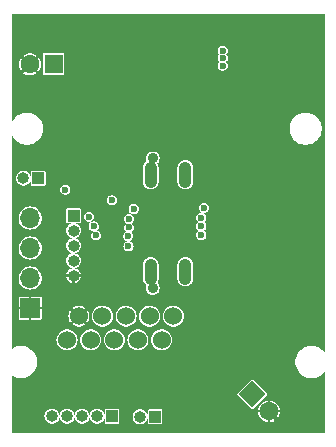
<source format=gbr>
%TF.GenerationSoftware,KiCad,Pcbnew,8.0.8*%
%TF.CreationDate,2025-01-21T20:41:30+03:00*%
%TF.ProjectId,Shield_Emergent_4,53686965-6c64-45f4-956d-657267656e74,rev?*%
%TF.SameCoordinates,Original*%
%TF.FileFunction,Copper,L2,Inr*%
%TF.FilePolarity,Positive*%
%FSLAX46Y46*%
G04 Gerber Fmt 4.6, Leading zero omitted, Abs format (unit mm)*
G04 Created by KiCad (PCBNEW 8.0.8) date 2025-01-21 20:41:30*
%MOMM*%
%LPD*%
G01*
G04 APERTURE LIST*
G04 Aperture macros list*
%AMRotRect*
0 Rectangle, with rotation*
0 The origin of the aperture is its center*
0 $1 length*
0 $2 width*
0 $3 Rotation angle, in degrees counterclockwise*
0 Add horizontal line*
21,1,$1,$2,0,0,$3*%
G04 Aperture macros list end*
%TA.AperFunction,ComponentPad*%
%ADD10R,1.000000X1.000000*%
%TD*%
%TA.AperFunction,ComponentPad*%
%ADD11O,1.000000X1.000000*%
%TD*%
%TA.AperFunction,ComponentPad*%
%ADD12C,0.900000*%
%TD*%
%TA.AperFunction,ComponentPad*%
%ADD13O,1.100000X2.220000*%
%TD*%
%TA.AperFunction,ComponentPad*%
%ADD14C,1.524000*%
%TD*%
%TA.AperFunction,ComponentPad*%
%ADD15R,1.700000X1.700000*%
%TD*%
%TA.AperFunction,ComponentPad*%
%ADD16O,1.700000X1.700000*%
%TD*%
%TA.AperFunction,ComponentPad*%
%ADD17RotRect,1.600000X1.600000X315.000000*%
%TD*%
%TA.AperFunction,ComponentPad*%
%ADD18C,1.600000*%
%TD*%
%TA.AperFunction,ComponentPad*%
%ADD19R,1.600000X1.600000*%
%TD*%
%TA.AperFunction,ViaPad*%
%ADD20C,0.600000*%
%TD*%
G04 APERTURE END LIST*
D10*
%TO.N,K1*%
%TO.C,J4*%
X8750000Y-34350000D03*
D11*
%TO.N,K3*%
X7479999Y-34350000D03*
%TO.N,K5*%
X6210000Y-34350000D03*
%TO.N,K7*%
X4940000Y-34350000D03*
%TO.N,K9*%
X3670001Y-34350000D03*
%TD*%
D12*
%TO.N,*%
%TO.C,X1*%
X12200000Y-23500000D03*
X12200000Y-12500000D03*
D13*
%TO.N,Shield*%
X12030000Y-22100000D03*
X14970000Y-22100000D03*
X12030000Y-13900000D03*
X14970000Y-13900000D03*
%TD*%
D14*
%TO.N,K2*%
%TO.C,J8*%
X13950000Y-25880000D03*
%TO.N,K1*%
X12950000Y-27880000D03*
%TO.N,K4*%
X11949999Y-25880000D03*
%TO.N,K3*%
X10950000Y-27880000D03*
%TO.N,K6*%
X9950000Y-25880000D03*
%TO.N,K5*%
X8950001Y-27880000D03*
%TO.N,K8*%
X7950000Y-25880000D03*
%TO.N,K7*%
X6950000Y-27880000D03*
%TO.N,GND*%
X5950000Y-25880000D03*
%TO.N,K9*%
X4950000Y-27880001D03*
%TD*%
D15*
%TO.N,GND*%
%TO.C,J2*%
X1830000Y-25190000D03*
D16*
%TO.N,D+*%
X1830000Y-22650000D03*
%TO.N,D-*%
X1830000Y-20110001D03*
%TO.N,VBUS*%
X1830000Y-17570000D03*
%TD*%
D10*
%TO.N,EN2*%
%TO.C,J6*%
X12400000Y-34380000D03*
D11*
%TO.N,nFLT2*%
X11129999Y-34380000D03*
%TD*%
D17*
%TO.N,VOUT2*%
%TO.C,C4*%
X20640000Y-32500000D03*
D18*
%TO.N,GND*%
X22054214Y-33914214D03*
%TD*%
D10*
%TO.N,EN1*%
%TO.C,J5*%
X2530000Y-14200000D03*
D11*
%TO.N,nFLT1*%
X1259999Y-14200000D03*
%TD*%
D10*
%TO.N,K2*%
%TO.C,J7*%
X5510000Y-17355000D03*
D11*
%TO.N,K4*%
X5510000Y-18625001D03*
%TO.N,K6*%
X5510000Y-19895000D03*
%TO.N,K8*%
X5510000Y-21165000D03*
%TO.N,GND*%
X5510000Y-22434999D03*
%TD*%
D19*
%TO.N,VOUT1*%
%TO.C,C1*%
X3805113Y-4550000D03*
D18*
%TO.N,GND*%
X1805113Y-4550000D03*
%TD*%
D20*
%TO.N,VOUT1*%
X18120000Y-3420000D03*
X18120000Y-4030000D03*
X18120000Y-4670000D03*
%TO.N,GND*%
X20730000Y-14910000D03*
X20170000Y-5990000D03*
X13770000Y-23330000D03*
X22600000Y-19200000D03*
X7180000Y-24820000D03*
X17830000Y-13770000D03*
X16690000Y-8490000D03*
X4600000Y-5800000D03*
X4620000Y-7220000D03*
X20009988Y-19833079D03*
X23510000Y-1250000D03*
X9750000Y-5870000D03*
X8000000Y-4490000D03*
X24240000Y-22480000D03*
X12920000Y-3100000D03*
X1930000Y-35140000D03*
X22400000Y-16400000D03*
X20000000Y-10360000D03*
X25830000Y-34270000D03*
X10870000Y-33100000D03*
X3050000Y-23890000D03*
X25930000Y-3640000D03*
X4340000Y-33570000D03*
X4380000Y-11180000D03*
X8960000Y-8580000D03*
X8190000Y-3240000D03*
X21730000Y-9330000D03*
X20000000Y-22150000D03*
X10750000Y-5860000D03*
X22030000Y-6640000D03*
X670000Y-23750000D03*
X26030000Y-24750000D03*
X21510000Y-27000000D03*
X15900000Y-31900000D03*
X910000Y-21340000D03*
X3830000Y-9640000D03*
X2200000Y-5800000D03*
X3890000Y-23260000D03*
X10770000Y-3310000D03*
X22760000Y-34690000D03*
X2310000Y-11940000D03*
X15950000Y-3140000D03*
X18650000Y-16170000D03*
X16110000Y-34600000D03*
X19850000Y-20480000D03*
X17100000Y-14000000D03*
X25070000Y-6160000D03*
X1320000Y-6070000D03*
X19340000Y-31200000D03*
X13140000Y-23030000D03*
X4450000Y-22050000D03*
X13820000Y-3190000D03*
X12750000Y-5810000D03*
X3610000Y-17980000D03*
X17770000Y-12080000D03*
X15190000Y-10680000D03*
X13800000Y-20800000D03*
X930000Y-980000D03*
X19080000Y-4140000D03*
X21610000Y-28470000D03*
X25910000Y-15680000D03*
X9510000Y-31030000D03*
X21300000Y-12830000D03*
X13360000Y-33100000D03*
X22400000Y-20200000D03*
X4170000Y-29900000D03*
X1220000Y-2580000D03*
X24290000Y-18800000D03*
X12200000Y-11400000D03*
X22550000Y-28650000D03*
X8500000Y-31000000D03*
X14690000Y-29970000D03*
X8430000Y-1120000D03*
X20010000Y-2770000D03*
X6950000Y-26630000D03*
X20310000Y-35150000D03*
X12390000Y-1480000D03*
X10400000Y-11400000D03*
X5670000Y-11950000D03*
X22400000Y-23200000D03*
X4720000Y-26490000D03*
X23220000Y-33000000D03*
X25450000Y-8050000D03*
X18980000Y-30240000D03*
X22450000Y-29930000D03*
X18480000Y-24080000D03*
X6060000Y-6020000D03*
X25980000Y-6630000D03*
X720000Y-6820000D03*
X12370000Y-30300000D03*
X16110000Y-33840000D03*
X16590000Y-15370000D03*
X13000000Y-20800000D03*
X10390000Y-12350000D03*
X10000000Y-35000000D03*
X11310000Y-11970000D03*
X10340000Y-20810000D03*
X10200000Y-15200000D03*
X890000Y-18820000D03*
X10500000Y-21410000D03*
X22400000Y-18200000D03*
X22600000Y-22200000D03*
X14800000Y-3120000D03*
X3610000Y-19660000D03*
X13860000Y-12060000D03*
X7510000Y-14560000D03*
X17710000Y-10360000D03*
X4730000Y-14260000D03*
X5520000Y-1720000D03*
X17850000Y-17890000D03*
X15960000Y-32990000D03*
X7420000Y-15350000D03*
X4940000Y-25000000D03*
X13460000Y-6050000D03*
X19750000Y-24750000D03*
X22050000Y-11250000D03*
X8530000Y-5810000D03*
X23050000Y-7930000D03*
X14430000Y-23690000D03*
X22400000Y-17200000D03*
X3370000Y-22220000D03*
X7270000Y-12720000D03*
X5300000Y-30000000D03*
X11030000Y-23140000D03*
X7250000Y-13750000D03*
X10400000Y-14400000D03*
X18730000Y-19160000D03*
X26360000Y-20030000D03*
X15460000Y-30220000D03*
X22210000Y-13100000D03*
X18740000Y-35350000D03*
X16950000Y-27810000D03*
X14900000Y-5920000D03*
X21670000Y-7220000D03*
X19500000Y-16760000D03*
X3560000Y-2790000D03*
X16030000Y-5640000D03*
X21030000Y-2580000D03*
X18130000Y-26220000D03*
X740000Y-26770000D03*
X17070000Y-23920000D03*
X14890000Y-28190000D03*
X19050000Y-28590000D03*
X2190000Y-26860000D03*
X2120000Y-2870000D03*
X26190000Y-750000D03*
X20670000Y-34510000D03*
X22050000Y-3450000D03*
X20610000Y-8480000D03*
X22500000Y-26750000D03*
X10000000Y-33000000D03*
X11780000Y-5770000D03*
X17400000Y-15400000D03*
X11480000Y-8670000D03*
X13480000Y-8710000D03*
X1000000Y-33500000D03*
X19820000Y-18150000D03*
X7540000Y-21390000D03*
X19820000Y-25660000D03*
X22400000Y-21200000D03*
%TO.N,VBUS*%
X16313481Y-18991601D03*
X6800000Y-17446926D03*
X7415000Y-19035000D03*
X10150000Y-19948632D03*
X10600000Y-16800000D03*
X16550000Y-16700000D03*
X7210554Y-18270000D03*
%TO.N,D+*%
X10189000Y-18363500D03*
X16313477Y-17527000D03*
%TO.N,D-*%
X10189000Y-17636500D03*
X10124302Y-19087618D03*
X16314920Y-18254003D03*
%TO.N,nFLT1*%
X8740000Y-16060000D03*
%TO.N,EN1*%
X4800000Y-15170000D03*
%TD*%
%TA.AperFunction,Conductor*%
%TO.N,GND*%
G36*
X26742471Y-257529D02*
G01*
X26749500Y-274500D01*
X26749500Y-28871443D01*
X26742471Y-28888414D01*
X26725500Y-28895443D01*
X26708529Y-28888414D01*
X26706084Y-28885550D01*
X26689261Y-28862396D01*
X26689259Y-28862394D01*
X26689257Y-28862391D01*
X26537609Y-28710743D01*
X26537605Y-28710740D01*
X26537604Y-28710739D01*
X26364112Y-28584689D01*
X26364105Y-28584685D01*
X26173020Y-28487323D01*
X26173014Y-28487320D01*
X25969058Y-28421050D01*
X25969054Y-28421049D01*
X25969053Y-28421049D01*
X25757231Y-28387500D01*
X25542769Y-28387500D01*
X25330947Y-28421049D01*
X25330945Y-28421049D01*
X25330942Y-28421050D01*
X25330940Y-28421050D01*
X25126985Y-28487320D01*
X25126979Y-28487323D01*
X24935894Y-28584685D01*
X24935887Y-28584689D01*
X24762395Y-28710739D01*
X24610739Y-28862395D01*
X24484689Y-29035887D01*
X24484685Y-29035894D01*
X24387323Y-29226979D01*
X24387320Y-29226985D01*
X24321050Y-29430940D01*
X24321050Y-29430942D01*
X24287500Y-29642771D01*
X24287500Y-29857228D01*
X24321050Y-30069057D01*
X24321050Y-30069059D01*
X24387320Y-30273014D01*
X24387323Y-30273020D01*
X24484685Y-30464105D01*
X24484689Y-30464112D01*
X24610739Y-30637604D01*
X24610743Y-30637609D01*
X24762391Y-30789257D01*
X24762394Y-30789259D01*
X24762395Y-30789260D01*
X24935887Y-30915310D01*
X24935894Y-30915314D01*
X25126982Y-31012678D01*
X25330947Y-31078951D01*
X25542769Y-31112500D01*
X25542772Y-31112500D01*
X25757228Y-31112500D01*
X25757231Y-31112500D01*
X25969053Y-31078951D01*
X26173018Y-31012678D01*
X26364106Y-30915314D01*
X26411395Y-30880957D01*
X26449501Y-30853271D01*
X26537609Y-30789257D01*
X26689257Y-30637609D01*
X26706084Y-30614448D01*
X26721745Y-30604851D01*
X26739606Y-30609138D01*
X26749204Y-30624800D01*
X26749500Y-30628555D01*
X26749500Y-35725500D01*
X26742471Y-35742471D01*
X26725500Y-35749500D01*
X274500Y-35749500D01*
X257529Y-35742471D01*
X250500Y-35725500D01*
X250500Y-34349999D01*
X3037892Y-34349999D01*
X3037892Y-34350000D01*
X3056260Y-34501275D01*
X3110292Y-34643749D01*
X3110294Y-34643753D01*
X3110296Y-34643756D01*
X3131004Y-34673756D01*
X3196864Y-34769170D01*
X3302282Y-34862562D01*
X3310922Y-34870216D01*
X3310926Y-34870218D01*
X3445847Y-34941030D01*
X3445849Y-34941030D01*
X3445852Y-34941032D01*
X3593809Y-34977500D01*
X3593811Y-34977500D01*
X3746191Y-34977500D01*
X3746193Y-34977500D01*
X3894150Y-34941032D01*
X4029080Y-34870216D01*
X4109278Y-34799166D01*
X4143137Y-34769170D01*
X4143137Y-34769168D01*
X4143141Y-34769166D01*
X4229706Y-34643756D01*
X4229707Y-34643752D01*
X4229709Y-34643750D01*
X4272364Y-34531275D01*
X4282560Y-34504389D01*
X4295150Y-34491014D01*
X4313510Y-34490460D01*
X4326886Y-34503050D01*
X4327440Y-34504390D01*
X4380291Y-34643749D01*
X4380293Y-34643753D01*
X4380295Y-34643756D01*
X4401003Y-34673756D01*
X4466863Y-34769170D01*
X4572281Y-34862562D01*
X4580921Y-34870216D01*
X4580925Y-34870218D01*
X4715846Y-34941030D01*
X4715848Y-34941030D01*
X4715851Y-34941032D01*
X4863808Y-34977500D01*
X4863810Y-34977500D01*
X5016190Y-34977500D01*
X5016192Y-34977500D01*
X5164149Y-34941032D01*
X5299079Y-34870216D01*
X5379277Y-34799166D01*
X5413136Y-34769170D01*
X5413136Y-34769168D01*
X5413140Y-34769166D01*
X5499705Y-34643756D01*
X5499708Y-34643749D01*
X5552560Y-34504389D01*
X5565150Y-34491013D01*
X5583510Y-34490459D01*
X5596886Y-34503049D01*
X5597440Y-34504389D01*
X5650291Y-34643749D01*
X5650293Y-34643753D01*
X5650295Y-34643756D01*
X5671003Y-34673756D01*
X5736863Y-34769170D01*
X5842281Y-34862562D01*
X5850921Y-34870216D01*
X5850925Y-34870218D01*
X5985846Y-34941030D01*
X5985848Y-34941030D01*
X5985851Y-34941032D01*
X6133808Y-34977500D01*
X6133810Y-34977500D01*
X6286190Y-34977500D01*
X6286192Y-34977500D01*
X6434149Y-34941032D01*
X6569079Y-34870216D01*
X6649277Y-34799166D01*
X6683136Y-34769170D01*
X6683136Y-34769168D01*
X6683140Y-34769166D01*
X6769705Y-34643756D01*
X6769706Y-34643752D01*
X6769708Y-34643750D01*
X6812363Y-34531275D01*
X6822559Y-34504389D01*
X6835149Y-34491014D01*
X6853509Y-34490460D01*
X6866885Y-34503050D01*
X6867439Y-34504390D01*
X6920290Y-34643749D01*
X6920292Y-34643753D01*
X6920294Y-34643756D01*
X6941002Y-34673756D01*
X7006862Y-34769170D01*
X7112280Y-34862562D01*
X7120920Y-34870216D01*
X7120924Y-34870218D01*
X7255845Y-34941030D01*
X7255847Y-34941030D01*
X7255850Y-34941032D01*
X7403807Y-34977500D01*
X7403809Y-34977500D01*
X7556189Y-34977500D01*
X7556191Y-34977500D01*
X7704148Y-34941032D01*
X7839078Y-34870216D01*
X7919276Y-34799166D01*
X7953135Y-34769170D01*
X7953135Y-34769168D01*
X7953139Y-34769166D01*
X8039704Y-34643756D01*
X8039707Y-34643749D01*
X8076060Y-34547894D01*
X8088650Y-34534518D01*
X8107010Y-34533964D01*
X8120386Y-34546554D01*
X8122500Y-34556404D01*
X8122500Y-34862562D01*
X8129897Y-34899746D01*
X8129897Y-34899747D01*
X8129898Y-34899748D01*
X8158078Y-34941922D01*
X8200252Y-34970102D01*
X8237442Y-34977500D01*
X8237446Y-34977500D01*
X9262554Y-34977500D01*
X9262558Y-34977500D01*
X9299748Y-34970102D01*
X9341922Y-34941922D01*
X9370102Y-34899748D01*
X9377500Y-34862558D01*
X9377500Y-34379999D01*
X10497890Y-34379999D01*
X10497890Y-34380000D01*
X10516258Y-34531275D01*
X10570290Y-34673749D01*
X10570292Y-34673753D01*
X10570294Y-34673756D01*
X10636154Y-34769170D01*
X10656862Y-34799170D01*
X10770915Y-34900212D01*
X10770920Y-34900216D01*
X10770924Y-34900218D01*
X10905845Y-34971030D01*
X10905847Y-34971030D01*
X10905850Y-34971032D01*
X11053807Y-35007500D01*
X11053809Y-35007500D01*
X11206189Y-35007500D01*
X11206191Y-35007500D01*
X11354148Y-34971032D01*
X11489078Y-34900216D01*
X11546108Y-34849691D01*
X11603135Y-34799170D01*
X11603135Y-34799168D01*
X11603139Y-34799166D01*
X11689704Y-34673756D01*
X11689707Y-34673749D01*
X11726060Y-34577894D01*
X11738650Y-34564518D01*
X11757010Y-34563964D01*
X11770386Y-34576554D01*
X11772500Y-34586404D01*
X11772500Y-34892562D01*
X11779897Y-34929746D01*
X11779897Y-34929747D01*
X11779898Y-34929748D01*
X11808078Y-34971922D01*
X11850252Y-35000102D01*
X11887442Y-35007500D01*
X11887446Y-35007500D01*
X12912554Y-35007500D01*
X12912558Y-35007500D01*
X12949748Y-35000102D01*
X12991922Y-34971922D01*
X13020102Y-34929748D01*
X13027500Y-34892558D01*
X13027500Y-33867442D01*
X13020102Y-33830252D01*
X13009385Y-33814213D01*
X21132619Y-33814213D01*
X21132620Y-33814214D01*
X21666898Y-33814214D01*
X21654214Y-33861553D01*
X21654214Y-33966875D01*
X21666898Y-34014214D01*
X21132620Y-34014214D01*
X21142477Y-34108014D01*
X21202689Y-34293327D01*
X21202694Y-34293338D01*
X21300123Y-34462090D01*
X21430513Y-34606903D01*
X21588161Y-34721441D01*
X21766173Y-34800697D01*
X21766172Y-34800697D01*
X21954214Y-34840667D01*
X21954214Y-34301529D01*
X22001553Y-34314214D01*
X22106875Y-34314214D01*
X22154214Y-34301529D01*
X22154214Y-34840667D01*
X22342255Y-34800697D01*
X22520266Y-34721441D01*
X22677914Y-34606903D01*
X22808304Y-34462090D01*
X22905733Y-34293338D01*
X22905738Y-34293327D01*
X22965950Y-34108014D01*
X22975808Y-34014214D01*
X22441530Y-34014214D01*
X22454214Y-33966875D01*
X22454214Y-33861553D01*
X22441530Y-33814214D01*
X22975808Y-33814214D01*
X22975808Y-33814213D01*
X22965950Y-33720413D01*
X22905738Y-33535100D01*
X22905733Y-33535089D01*
X22808304Y-33366337D01*
X22677914Y-33221524D01*
X22520266Y-33106986D01*
X22342254Y-33027730D01*
X22342246Y-33027727D01*
X22154214Y-32987758D01*
X22154214Y-33526898D01*
X22106875Y-33514214D01*
X22001553Y-33514214D01*
X21954214Y-33526898D01*
X21954214Y-32987758D01*
X21954213Y-32987758D01*
X21766181Y-33027727D01*
X21766173Y-33027730D01*
X21588161Y-33106986D01*
X21430513Y-33221524D01*
X21300123Y-33366337D01*
X21202694Y-33535089D01*
X21202689Y-33535100D01*
X21142477Y-33720413D01*
X21132619Y-33814213D01*
X13009385Y-33814213D01*
X12991922Y-33788078D01*
X12949748Y-33759898D01*
X12949747Y-33759897D01*
X12949746Y-33759897D01*
X12912562Y-33752500D01*
X12912558Y-33752500D01*
X11887442Y-33752500D01*
X11887437Y-33752500D01*
X11850253Y-33759897D01*
X11808080Y-33788076D01*
X11808076Y-33788080D01*
X11779897Y-33830253D01*
X11772500Y-33867437D01*
X11772500Y-34173595D01*
X11765471Y-34190566D01*
X11748500Y-34197595D01*
X11731529Y-34190566D01*
X11726060Y-34182105D01*
X11689707Y-34086250D01*
X11689705Y-34086247D01*
X11689704Y-34086244D01*
X11603139Y-33960834D01*
X11603137Y-33960832D01*
X11603135Y-33960829D01*
X11489082Y-33859787D01*
X11489073Y-33859781D01*
X11354152Y-33788969D01*
X11350529Y-33788076D01*
X11206191Y-33752500D01*
X11053807Y-33752500D01*
X10953249Y-33777285D01*
X10905845Y-33788969D01*
X10770924Y-33859781D01*
X10770915Y-33859787D01*
X10656862Y-33960829D01*
X10570290Y-34086250D01*
X10516258Y-34228724D01*
X10497890Y-34379999D01*
X9377500Y-34379999D01*
X9377500Y-33837442D01*
X9370102Y-33800252D01*
X9341922Y-33758078D01*
X9299748Y-33729898D01*
X9299747Y-33729897D01*
X9299746Y-33729897D01*
X9262562Y-33722500D01*
X9262558Y-33722500D01*
X8237442Y-33722500D01*
X8237437Y-33722500D01*
X8200253Y-33729897D01*
X8158080Y-33758076D01*
X8158076Y-33758080D01*
X8129897Y-33800253D01*
X8122500Y-33837437D01*
X8122500Y-34143595D01*
X8115471Y-34160566D01*
X8098500Y-34167595D01*
X8081529Y-34160566D01*
X8076060Y-34152105D01*
X8039707Y-34056250D01*
X8039705Y-34056247D01*
X8039704Y-34056244D01*
X7953139Y-33930834D01*
X7953137Y-33930832D01*
X7953135Y-33930829D01*
X7839082Y-33829787D01*
X7839073Y-33829781D01*
X7704152Y-33758969D01*
X7673735Y-33751472D01*
X7556191Y-33722500D01*
X7403807Y-33722500D01*
X7303249Y-33747285D01*
X7255845Y-33758969D01*
X7120924Y-33829781D01*
X7120915Y-33829787D01*
X7006862Y-33930829D01*
X6920290Y-34056250D01*
X6867439Y-34195609D01*
X6854849Y-34208985D01*
X6836489Y-34209539D01*
X6823113Y-34196949D01*
X6822559Y-34195609D01*
X6769708Y-34056249D01*
X6740694Y-34014215D01*
X6683140Y-33930834D01*
X6683138Y-33930832D01*
X6683136Y-33930829D01*
X6569083Y-33829787D01*
X6569074Y-33829781D01*
X6434153Y-33758969D01*
X6403736Y-33751472D01*
X6286192Y-33722500D01*
X6133808Y-33722500D01*
X6033250Y-33747285D01*
X5985846Y-33758969D01*
X5850925Y-33829781D01*
X5850916Y-33829787D01*
X5736863Y-33930829D01*
X5650291Y-34056250D01*
X5597440Y-34195610D01*
X5584850Y-34208986D01*
X5566490Y-34209540D01*
X5553114Y-34196950D01*
X5552560Y-34195610D01*
X5499708Y-34056250D01*
X5499706Y-34056247D01*
X5499705Y-34056244D01*
X5413140Y-33930834D01*
X5413138Y-33930832D01*
X5413136Y-33930829D01*
X5299083Y-33829787D01*
X5299074Y-33829781D01*
X5164153Y-33758969D01*
X5133736Y-33751472D01*
X5016192Y-33722500D01*
X4863808Y-33722500D01*
X4763250Y-33747285D01*
X4715846Y-33758969D01*
X4580925Y-33829781D01*
X4580916Y-33829787D01*
X4466863Y-33930829D01*
X4380291Y-34056250D01*
X4327440Y-34195609D01*
X4314850Y-34208985D01*
X4296490Y-34209539D01*
X4283114Y-34196949D01*
X4282560Y-34195609D01*
X4229709Y-34056249D01*
X4200695Y-34014215D01*
X4143141Y-33930834D01*
X4143139Y-33930832D01*
X4143137Y-33930829D01*
X4029084Y-33829787D01*
X4029075Y-33829781D01*
X3894154Y-33758969D01*
X3863737Y-33751472D01*
X3746193Y-33722500D01*
X3593809Y-33722500D01*
X3493251Y-33747285D01*
X3445847Y-33758969D01*
X3310926Y-33829781D01*
X3310917Y-33829787D01*
X3196864Y-33930829D01*
X3110292Y-34056250D01*
X3056260Y-34198724D01*
X3037892Y-34349999D01*
X250500Y-34349999D01*
X250500Y-32500000D01*
X19378632Y-32500000D01*
X19388526Y-32549747D01*
X19388527Y-32549749D01*
X19409449Y-32581061D01*
X19409593Y-32581276D01*
X20558724Y-33730407D01*
X20574488Y-33740940D01*
X20590250Y-33751472D01*
X20590252Y-33751473D01*
X20640000Y-33761368D01*
X20689748Y-33751473D01*
X20721276Y-33730407D01*
X21870407Y-32581276D01*
X21891473Y-32549748D01*
X21901368Y-32500000D01*
X21891473Y-32450252D01*
X21870407Y-32418724D01*
X20721276Y-31269593D01*
X20721061Y-31269449D01*
X20689749Y-31248527D01*
X20689747Y-31248526D01*
X20640000Y-31238632D01*
X20590252Y-31248526D01*
X20590250Y-31248527D01*
X20558726Y-31269591D01*
X19409591Y-32418726D01*
X19388527Y-32450250D01*
X19388526Y-32450252D01*
X19378632Y-32500000D01*
X250500Y-32500000D01*
X250500Y-30900373D01*
X257529Y-30883402D01*
X274500Y-30876373D01*
X288605Y-30880956D01*
X335894Y-30915314D01*
X526982Y-31012678D01*
X730947Y-31078951D01*
X942769Y-31112500D01*
X942772Y-31112500D01*
X1157228Y-31112500D01*
X1157231Y-31112500D01*
X1369053Y-31078951D01*
X1573018Y-31012678D01*
X1764106Y-30915314D01*
X1811395Y-30880957D01*
X1849501Y-30853271D01*
X1937609Y-30789257D01*
X2089257Y-30637609D01*
X2215314Y-30464106D01*
X2312678Y-30273018D01*
X2378951Y-30069053D01*
X2412500Y-29857231D01*
X2412500Y-29642769D01*
X2378951Y-29430947D01*
X2312678Y-29226982D01*
X2215314Y-29035894D01*
X2215310Y-29035887D01*
X2089260Y-28862395D01*
X2089259Y-28862394D01*
X2089257Y-28862391D01*
X1937609Y-28710743D01*
X1937605Y-28710740D01*
X1937604Y-28710739D01*
X1764112Y-28584689D01*
X1764105Y-28584685D01*
X1573020Y-28487323D01*
X1573014Y-28487320D01*
X1369058Y-28421050D01*
X1369054Y-28421049D01*
X1369053Y-28421049D01*
X1157231Y-28387500D01*
X942769Y-28387500D01*
X730947Y-28421049D01*
X730945Y-28421049D01*
X730942Y-28421050D01*
X730940Y-28421050D01*
X526985Y-28487320D01*
X526979Y-28487323D01*
X335894Y-28584685D01*
X335887Y-28584689D01*
X288607Y-28619041D01*
X270745Y-28623330D01*
X255084Y-28613732D01*
X250500Y-28599625D01*
X250500Y-27880001D01*
X4055600Y-27880001D01*
X4075145Y-28065961D01*
X4132921Y-28243777D01*
X4132924Y-28243785D01*
X4132925Y-28243786D01*
X4226415Y-28405716D01*
X4351530Y-28544670D01*
X4502800Y-28654574D01*
X4673611Y-28730624D01*
X4673610Y-28730624D01*
X4673615Y-28730626D01*
X4856510Y-28769501D01*
X4856512Y-28769501D01*
X5043488Y-28769501D01*
X5043490Y-28769501D01*
X5226385Y-28730626D01*
X5397200Y-28654574D01*
X5548470Y-28544670D01*
X5673585Y-28405716D01*
X5767075Y-28243786D01*
X5824855Y-28065957D01*
X5844400Y-27880001D01*
X5844400Y-27880000D01*
X6055600Y-27880000D01*
X6075145Y-28065960D01*
X6132921Y-28243776D01*
X6132924Y-28243784D01*
X6132925Y-28243785D01*
X6226415Y-28405715D01*
X6351530Y-28544669D01*
X6502800Y-28654573D01*
X6673611Y-28730623D01*
X6673610Y-28730623D01*
X6673615Y-28730625D01*
X6856510Y-28769500D01*
X6856512Y-28769500D01*
X7043488Y-28769500D01*
X7043490Y-28769500D01*
X7226385Y-28730625D01*
X7397200Y-28654573D01*
X7548470Y-28544669D01*
X7673585Y-28405715D01*
X7767075Y-28243785D01*
X7767078Y-28243776D01*
X7824854Y-28065960D01*
X7824854Y-28065958D01*
X7824855Y-28065956D01*
X7844400Y-27880000D01*
X8055601Y-27880000D01*
X8075146Y-28065960D01*
X8132922Y-28243776D01*
X8132925Y-28243784D01*
X8132926Y-28243785D01*
X8226416Y-28405715D01*
X8351531Y-28544669D01*
X8502801Y-28654573D01*
X8673612Y-28730623D01*
X8673611Y-28730623D01*
X8673616Y-28730625D01*
X8856511Y-28769500D01*
X8856513Y-28769500D01*
X9043489Y-28769500D01*
X9043491Y-28769500D01*
X9226386Y-28730625D01*
X9397201Y-28654573D01*
X9548471Y-28544669D01*
X9673586Y-28405715D01*
X9767076Y-28243785D01*
X9767079Y-28243776D01*
X9824855Y-28065960D01*
X9824855Y-28065958D01*
X9824856Y-28065956D01*
X9844401Y-27880000D01*
X10055600Y-27880000D01*
X10075145Y-28065960D01*
X10132921Y-28243776D01*
X10132924Y-28243784D01*
X10132925Y-28243785D01*
X10226415Y-28405715D01*
X10351530Y-28544669D01*
X10502800Y-28654573D01*
X10673611Y-28730623D01*
X10673610Y-28730623D01*
X10673615Y-28730625D01*
X10856510Y-28769500D01*
X10856512Y-28769500D01*
X11043488Y-28769500D01*
X11043490Y-28769500D01*
X11226385Y-28730625D01*
X11397200Y-28654573D01*
X11548470Y-28544669D01*
X11673585Y-28405715D01*
X11767075Y-28243785D01*
X11767078Y-28243776D01*
X11824854Y-28065960D01*
X11824854Y-28065958D01*
X11824855Y-28065956D01*
X11844400Y-27880000D01*
X12055600Y-27880000D01*
X12075145Y-28065960D01*
X12132921Y-28243776D01*
X12132924Y-28243784D01*
X12132925Y-28243785D01*
X12226415Y-28405715D01*
X12351530Y-28544669D01*
X12502800Y-28654573D01*
X12673611Y-28730623D01*
X12673610Y-28730623D01*
X12673615Y-28730625D01*
X12856510Y-28769500D01*
X12856512Y-28769500D01*
X13043488Y-28769500D01*
X13043490Y-28769500D01*
X13226385Y-28730625D01*
X13397200Y-28654573D01*
X13548470Y-28544669D01*
X13673585Y-28405715D01*
X13767075Y-28243785D01*
X13767078Y-28243776D01*
X13824854Y-28065960D01*
X13824854Y-28065958D01*
X13824855Y-28065956D01*
X13844400Y-27880000D01*
X13824855Y-27694044D01*
X13824854Y-27694040D01*
X13824854Y-27694039D01*
X13767078Y-27516223D01*
X13767075Y-27516216D01*
X13767075Y-27516215D01*
X13673585Y-27354285D01*
X13548470Y-27215331D01*
X13397200Y-27105427D01*
X13311792Y-27067401D01*
X13226388Y-27029376D01*
X13226389Y-27029376D01*
X13226385Y-27029375D01*
X13043490Y-26990500D01*
X12856510Y-26990500D01*
X12697141Y-27024374D01*
X12673610Y-27029376D01*
X12502802Y-27105426D01*
X12502792Y-27105432D01*
X12351530Y-27215331D01*
X12226414Y-27354286D01*
X12132926Y-27516212D01*
X12132921Y-27516223D01*
X12075145Y-27694039D01*
X12055600Y-27880000D01*
X11844400Y-27880000D01*
X11824855Y-27694044D01*
X11824854Y-27694040D01*
X11824854Y-27694039D01*
X11767078Y-27516223D01*
X11767075Y-27516216D01*
X11767075Y-27516215D01*
X11673585Y-27354285D01*
X11548470Y-27215331D01*
X11397200Y-27105427D01*
X11311792Y-27067401D01*
X11226388Y-27029376D01*
X11226389Y-27029376D01*
X11226385Y-27029375D01*
X11043490Y-26990500D01*
X10856510Y-26990500D01*
X10697141Y-27024374D01*
X10673610Y-27029376D01*
X10502802Y-27105426D01*
X10502792Y-27105432D01*
X10351530Y-27215331D01*
X10226414Y-27354286D01*
X10132926Y-27516212D01*
X10132921Y-27516223D01*
X10075145Y-27694039D01*
X10055600Y-27880000D01*
X9844401Y-27880000D01*
X9824856Y-27694044D01*
X9824855Y-27694040D01*
X9824855Y-27694039D01*
X9767079Y-27516223D01*
X9767076Y-27516216D01*
X9767076Y-27516215D01*
X9673586Y-27354285D01*
X9548471Y-27215331D01*
X9397201Y-27105427D01*
X9311793Y-27067401D01*
X9226389Y-27029376D01*
X9226390Y-27029376D01*
X9226386Y-27029375D01*
X9043491Y-26990500D01*
X8856511Y-26990500D01*
X8697142Y-27024374D01*
X8673611Y-27029376D01*
X8502803Y-27105426D01*
X8502793Y-27105432D01*
X8351531Y-27215331D01*
X8226415Y-27354286D01*
X8132927Y-27516212D01*
X8132922Y-27516223D01*
X8075146Y-27694039D01*
X8055601Y-27880000D01*
X7844400Y-27880000D01*
X7824855Y-27694044D01*
X7824854Y-27694040D01*
X7824854Y-27694039D01*
X7767078Y-27516223D01*
X7767075Y-27516216D01*
X7767075Y-27516215D01*
X7673585Y-27354285D01*
X7548470Y-27215331D01*
X7397200Y-27105427D01*
X7311792Y-27067401D01*
X7226388Y-27029376D01*
X7226389Y-27029376D01*
X7226385Y-27029375D01*
X7043490Y-26990500D01*
X6856510Y-26990500D01*
X6697141Y-27024374D01*
X6673610Y-27029376D01*
X6502802Y-27105426D01*
X6502792Y-27105432D01*
X6351530Y-27215331D01*
X6226414Y-27354286D01*
X6132926Y-27516212D01*
X6132921Y-27516223D01*
X6075145Y-27694039D01*
X6055600Y-27880000D01*
X5844400Y-27880000D01*
X5824855Y-27694045D01*
X5824854Y-27694042D01*
X5824854Y-27694040D01*
X5767078Y-27516224D01*
X5767076Y-27516220D01*
X5767075Y-27516216D01*
X5673585Y-27354286D01*
X5548470Y-27215332D01*
X5397200Y-27105428D01*
X5311792Y-27067402D01*
X5226388Y-27029377D01*
X5226389Y-27029377D01*
X5226385Y-27029376D01*
X5043490Y-26990501D01*
X4856510Y-26990501D01*
X4697141Y-27024375D01*
X4673610Y-27029377D01*
X4502802Y-27105427D01*
X4502792Y-27105433D01*
X4351530Y-27215332D01*
X4226414Y-27354287D01*
X4132926Y-27516213D01*
X4132921Y-27516224D01*
X4075145Y-27694040D01*
X4055600Y-27880001D01*
X250500Y-27880001D01*
X250500Y-24327487D01*
X853000Y-24327487D01*
X853000Y-25089999D01*
X853001Y-25090000D01*
X1339157Y-25090000D01*
X1330000Y-25124174D01*
X1330000Y-25255826D01*
X1339157Y-25290000D01*
X853001Y-25290000D01*
X853000Y-25290001D01*
X853000Y-26052512D01*
X860368Y-26089553D01*
X888436Y-26131559D01*
X888440Y-26131563D01*
X930446Y-26159631D01*
X967487Y-26166999D01*
X967496Y-26167000D01*
X1729999Y-26167000D01*
X1730000Y-26166999D01*
X1730000Y-25680842D01*
X1764174Y-25690000D01*
X1895826Y-25690000D01*
X1930000Y-25680842D01*
X1930000Y-26166999D01*
X1930001Y-26167000D01*
X2692504Y-26167000D01*
X2692512Y-26166999D01*
X2729553Y-26159631D01*
X2771559Y-26131563D01*
X2771563Y-26131559D01*
X2799631Y-26089553D01*
X2806999Y-26052512D01*
X2807000Y-26052504D01*
X2807000Y-25880000D01*
X5056103Y-25880000D01*
X5075637Y-26065856D01*
X5133380Y-26243572D01*
X5133382Y-26243576D01*
X5226824Y-26405422D01*
X5253513Y-26435062D01*
X5619323Y-26069251D01*
X5645124Y-26113940D01*
X5716060Y-26184876D01*
X5760745Y-26210675D01*
X5395456Y-26575965D01*
X5503051Y-26654138D01*
X5673767Y-26730145D01*
X5673766Y-26730145D01*
X5856564Y-26769000D01*
X6043436Y-26769000D01*
X6226233Y-26730145D01*
X6396948Y-26654138D01*
X6504542Y-26575965D01*
X6139253Y-26210676D01*
X6183940Y-26184876D01*
X6254876Y-26113940D01*
X6280675Y-26069253D01*
X6646484Y-26435062D01*
X6673177Y-26405419D01*
X6766617Y-26243576D01*
X6766619Y-26243572D01*
X6824362Y-26065856D01*
X6843896Y-25880000D01*
X7055600Y-25880000D01*
X7075145Y-26065960D01*
X7132921Y-26243776D01*
X7132924Y-26243784D01*
X7132925Y-26243785D01*
X7226415Y-26405715D01*
X7351530Y-26544669D01*
X7502800Y-26654573D01*
X7673611Y-26730623D01*
X7673610Y-26730623D01*
X7673615Y-26730625D01*
X7856510Y-26769500D01*
X7856512Y-26769500D01*
X8043488Y-26769500D01*
X8043490Y-26769500D01*
X8226385Y-26730625D01*
X8397200Y-26654573D01*
X8548470Y-26544669D01*
X8673585Y-26405715D01*
X8767075Y-26243785D01*
X8803538Y-26131563D01*
X8824854Y-26065960D01*
X8824854Y-26065958D01*
X8824855Y-26065956D01*
X8844400Y-25880000D01*
X9055600Y-25880000D01*
X9075145Y-26065960D01*
X9132921Y-26243776D01*
X9132924Y-26243784D01*
X9132925Y-26243785D01*
X9226415Y-26405715D01*
X9351530Y-26544669D01*
X9502800Y-26654573D01*
X9673611Y-26730623D01*
X9673610Y-26730623D01*
X9673615Y-26730625D01*
X9856510Y-26769500D01*
X9856512Y-26769500D01*
X10043488Y-26769500D01*
X10043490Y-26769500D01*
X10226385Y-26730625D01*
X10397200Y-26654573D01*
X10548470Y-26544669D01*
X10673585Y-26405715D01*
X10767075Y-26243785D01*
X10803538Y-26131563D01*
X10824854Y-26065960D01*
X10824854Y-26065958D01*
X10824855Y-26065956D01*
X10844400Y-25880000D01*
X11055599Y-25880000D01*
X11075144Y-26065960D01*
X11132920Y-26243776D01*
X11132923Y-26243784D01*
X11132924Y-26243785D01*
X11226414Y-26405715D01*
X11351529Y-26544669D01*
X11502799Y-26654573D01*
X11673610Y-26730623D01*
X11673609Y-26730623D01*
X11673614Y-26730625D01*
X11856509Y-26769500D01*
X11856511Y-26769500D01*
X12043487Y-26769500D01*
X12043489Y-26769500D01*
X12226384Y-26730625D01*
X12397199Y-26654573D01*
X12548469Y-26544669D01*
X12673584Y-26405715D01*
X12767074Y-26243785D01*
X12803537Y-26131563D01*
X12824853Y-26065960D01*
X12824853Y-26065958D01*
X12824854Y-26065956D01*
X12844399Y-25880000D01*
X13055600Y-25880000D01*
X13075145Y-26065960D01*
X13132921Y-26243776D01*
X13132924Y-26243784D01*
X13132925Y-26243785D01*
X13226415Y-26405715D01*
X13351530Y-26544669D01*
X13502800Y-26654573D01*
X13673611Y-26730623D01*
X13673610Y-26730623D01*
X13673615Y-26730625D01*
X13856510Y-26769500D01*
X13856512Y-26769500D01*
X14043488Y-26769500D01*
X14043490Y-26769500D01*
X14226385Y-26730625D01*
X14397200Y-26654573D01*
X14548470Y-26544669D01*
X14673585Y-26405715D01*
X14767075Y-26243785D01*
X14803538Y-26131563D01*
X14824854Y-26065960D01*
X14824854Y-26065958D01*
X14824855Y-26065956D01*
X14844400Y-25880000D01*
X14824855Y-25694044D01*
X14824854Y-25694041D01*
X14824854Y-25694039D01*
X14767078Y-25516223D01*
X14767076Y-25516219D01*
X14767075Y-25516215D01*
X14673585Y-25354285D01*
X14548470Y-25215331D01*
X14397200Y-25105427D01*
X14311792Y-25067401D01*
X14226388Y-25029376D01*
X14226389Y-25029376D01*
X14226385Y-25029375D01*
X14043490Y-24990500D01*
X13856510Y-24990500D01*
X13697141Y-25024374D01*
X13673610Y-25029376D01*
X13502802Y-25105426D01*
X13502792Y-25105432D01*
X13351530Y-25215331D01*
X13226414Y-25354286D01*
X13132926Y-25516212D01*
X13132921Y-25516223D01*
X13075145Y-25694039D01*
X13055600Y-25880000D01*
X12844399Y-25880000D01*
X12824854Y-25694044D01*
X12824853Y-25694041D01*
X12824853Y-25694039D01*
X12767077Y-25516223D01*
X12767075Y-25516219D01*
X12767074Y-25516215D01*
X12673584Y-25354285D01*
X12548469Y-25215331D01*
X12397199Y-25105427D01*
X12311791Y-25067401D01*
X12226387Y-25029376D01*
X12226388Y-25029376D01*
X12226384Y-25029375D01*
X12043489Y-24990500D01*
X11856509Y-24990500D01*
X11697140Y-25024374D01*
X11673609Y-25029376D01*
X11502801Y-25105426D01*
X11502791Y-25105432D01*
X11351529Y-25215331D01*
X11226413Y-25354286D01*
X11132925Y-25516212D01*
X11132920Y-25516223D01*
X11075144Y-25694039D01*
X11055599Y-25880000D01*
X10844400Y-25880000D01*
X10824855Y-25694044D01*
X10824854Y-25694041D01*
X10824854Y-25694039D01*
X10767078Y-25516223D01*
X10767076Y-25516219D01*
X10767075Y-25516215D01*
X10673585Y-25354285D01*
X10548470Y-25215331D01*
X10397200Y-25105427D01*
X10311792Y-25067401D01*
X10226388Y-25029376D01*
X10226389Y-25029376D01*
X10226385Y-25029375D01*
X10043490Y-24990500D01*
X9856510Y-24990500D01*
X9697141Y-25024374D01*
X9673610Y-25029376D01*
X9502802Y-25105426D01*
X9502792Y-25105432D01*
X9351530Y-25215331D01*
X9226414Y-25354286D01*
X9132926Y-25516212D01*
X9132921Y-25516223D01*
X9075145Y-25694039D01*
X9055600Y-25880000D01*
X8844400Y-25880000D01*
X8824855Y-25694044D01*
X8824854Y-25694041D01*
X8824854Y-25694039D01*
X8767078Y-25516223D01*
X8767076Y-25516219D01*
X8767075Y-25516215D01*
X8673585Y-25354285D01*
X8548470Y-25215331D01*
X8397200Y-25105427D01*
X8311792Y-25067401D01*
X8226388Y-25029376D01*
X8226389Y-25029376D01*
X8226385Y-25029375D01*
X8043490Y-24990500D01*
X7856510Y-24990500D01*
X7697141Y-25024374D01*
X7673610Y-25029376D01*
X7502802Y-25105426D01*
X7502792Y-25105432D01*
X7351530Y-25215331D01*
X7226414Y-25354286D01*
X7132926Y-25516212D01*
X7132921Y-25516223D01*
X7075145Y-25694039D01*
X7055600Y-25880000D01*
X6843896Y-25880000D01*
X6824362Y-25694143D01*
X6766619Y-25516427D01*
X6766617Y-25516423D01*
X6673175Y-25354577D01*
X6646485Y-25324936D01*
X6280675Y-25690745D01*
X6254876Y-25646060D01*
X6183940Y-25575124D01*
X6139251Y-25549323D01*
X6504542Y-25184033D01*
X6396948Y-25105861D01*
X6226232Y-25029854D01*
X6226233Y-25029854D01*
X6043436Y-24991000D01*
X5856564Y-24991000D01*
X5673766Y-25029854D01*
X5503052Y-25105861D01*
X5395456Y-25184033D01*
X5760746Y-25549323D01*
X5716060Y-25575124D01*
X5645124Y-25646060D01*
X5619323Y-25690746D01*
X5253513Y-25324936D01*
X5226821Y-25354582D01*
X5133382Y-25516423D01*
X5133380Y-25516427D01*
X5075637Y-25694143D01*
X5056103Y-25880000D01*
X2807000Y-25880000D01*
X2807000Y-25290001D01*
X2806999Y-25290000D01*
X2320843Y-25290000D01*
X2330000Y-25255826D01*
X2330000Y-25124174D01*
X2320843Y-25090000D01*
X2806999Y-25090000D01*
X2807000Y-25089999D01*
X2807000Y-24327495D01*
X2806999Y-24327487D01*
X2799631Y-24290446D01*
X2771563Y-24248440D01*
X2771559Y-24248436D01*
X2729553Y-24220368D01*
X2692512Y-24213000D01*
X1930001Y-24213000D01*
X1930000Y-24213001D01*
X1930000Y-24699157D01*
X1895826Y-24690000D01*
X1764174Y-24690000D01*
X1730000Y-24699157D01*
X1730000Y-24213001D01*
X1729999Y-24213000D01*
X967487Y-24213000D01*
X930446Y-24220368D01*
X888440Y-24248436D01*
X888436Y-24248440D01*
X860368Y-24290446D01*
X853000Y-24327487D01*
X250500Y-24327487D01*
X250500Y-22649995D01*
X847770Y-22649995D01*
X847770Y-22650004D01*
X866641Y-22841620D01*
X890072Y-22918859D01*
X922538Y-23025883D01*
X1013306Y-23195698D01*
X1013310Y-23195702D01*
X1013312Y-23195706D01*
X1135451Y-23344532D01*
X1135454Y-23344535D01*
X1135459Y-23344541D01*
X1135464Y-23344545D01*
X1135467Y-23344548D01*
X1141187Y-23349242D01*
X1284302Y-23466694D01*
X1454117Y-23557462D01*
X1629546Y-23610678D01*
X1638379Y-23613358D01*
X1829995Y-23632230D01*
X1830000Y-23632230D01*
X1830005Y-23632230D01*
X2021620Y-23613358D01*
X2021622Y-23613357D01*
X2021624Y-23613357D01*
X2205883Y-23557462D01*
X2375698Y-23466694D01*
X2524541Y-23344541D01*
X2646694Y-23195698D01*
X2737462Y-23025883D01*
X2793357Y-22841624D01*
X2793357Y-22841622D01*
X2793358Y-22841620D01*
X2812230Y-22650004D01*
X2812230Y-22649995D01*
X2793358Y-22458379D01*
X2773286Y-22392212D01*
X2737462Y-22274117D01*
X2646694Y-22104302D01*
X2524541Y-21955459D01*
X2524535Y-21955454D01*
X2524532Y-21955451D01*
X2375706Y-21833312D01*
X2375702Y-21833310D01*
X2375698Y-21833306D01*
X2205883Y-21742538D01*
X2098859Y-21710072D01*
X2021620Y-21686641D01*
X1830005Y-21667770D01*
X1829995Y-21667770D01*
X1638379Y-21686641D01*
X1531352Y-21719108D01*
X1454117Y-21742538D01*
X1307709Y-21820795D01*
X1284304Y-21833305D01*
X1284293Y-21833312D01*
X1135467Y-21955451D01*
X1135451Y-21955467D01*
X1013312Y-22104293D01*
X1013307Y-22104300D01*
X1013306Y-22104302D01*
X922538Y-22274117D01*
X899108Y-22351352D01*
X866641Y-22458379D01*
X847770Y-22649995D01*
X250500Y-22649995D01*
X250500Y-20109996D01*
X847770Y-20109996D01*
X847770Y-20110005D01*
X866641Y-20301621D01*
X878738Y-20341497D01*
X922538Y-20485884D01*
X1013306Y-20655699D01*
X1013310Y-20655703D01*
X1013312Y-20655707D01*
X1135451Y-20804533D01*
X1135454Y-20804536D01*
X1135459Y-20804542D01*
X1135464Y-20804546D01*
X1135467Y-20804549D01*
X1284293Y-20926688D01*
X1284302Y-20926695D01*
X1454117Y-21017463D01*
X1629546Y-21070679D01*
X1638379Y-21073359D01*
X1829995Y-21092231D01*
X1830000Y-21092231D01*
X1830005Y-21092231D01*
X2021620Y-21073359D01*
X2021622Y-21073358D01*
X2021624Y-21073358D01*
X2205883Y-21017463D01*
X2375698Y-20926695D01*
X2524541Y-20804542D01*
X2646694Y-20655699D01*
X2737462Y-20485884D01*
X2793357Y-20301625D01*
X2793357Y-20301623D01*
X2793358Y-20301621D01*
X2812230Y-20110005D01*
X2812230Y-20109996D01*
X2793358Y-19918380D01*
X2790678Y-19909547D01*
X2737462Y-19734118D01*
X2646694Y-19564303D01*
X2615140Y-19525854D01*
X2524548Y-19415468D01*
X2524545Y-19415465D01*
X2524541Y-19415460D01*
X2524535Y-19415455D01*
X2524532Y-19415452D01*
X2375706Y-19293313D01*
X2375702Y-19293311D01*
X2375698Y-19293307D01*
X2205883Y-19202539D01*
X2098859Y-19170073D01*
X2021620Y-19146642D01*
X1830005Y-19127771D01*
X1829995Y-19127771D01*
X1638379Y-19146642D01*
X1531352Y-19179109D01*
X1454117Y-19202539D01*
X1454113Y-19202540D01*
X1454113Y-19202541D01*
X1284304Y-19293306D01*
X1284293Y-19293313D01*
X1135467Y-19415452D01*
X1135451Y-19415468D01*
X1013312Y-19564294D01*
X1013307Y-19564301D01*
X1013306Y-19564303D01*
X922538Y-19734118D01*
X899108Y-19811353D01*
X866641Y-19918380D01*
X847770Y-20109996D01*
X250500Y-20109996D01*
X250500Y-18625000D01*
X4877891Y-18625000D01*
X4877891Y-18625001D01*
X4896259Y-18776276D01*
X4950291Y-18918750D01*
X4950293Y-18918754D01*
X4950295Y-18918757D01*
X5036860Y-19044167D01*
X5036863Y-19044171D01*
X5150916Y-19145213D01*
X5150921Y-19145217D01*
X5150925Y-19145219D01*
X5285846Y-19216031D01*
X5285848Y-19216031D01*
X5285851Y-19216033D01*
X5369693Y-19236698D01*
X5384487Y-19247584D01*
X5387251Y-19265744D01*
X5376364Y-19280539D01*
X5369692Y-19283303D01*
X5285846Y-19303969D01*
X5150925Y-19374781D01*
X5150916Y-19374787D01*
X5036863Y-19475829D01*
X4950291Y-19601250D01*
X4896259Y-19743724D01*
X4877891Y-19894999D01*
X4877891Y-19895000D01*
X4896259Y-20046275D01*
X4950291Y-20188749D01*
X4950293Y-20188753D01*
X4950295Y-20188756D01*
X5009851Y-20275037D01*
X5036863Y-20314170D01*
X5150916Y-20415212D01*
X5150921Y-20415216D01*
X5150925Y-20415218D01*
X5285846Y-20486030D01*
X5285848Y-20486030D01*
X5285851Y-20486032D01*
X5369694Y-20506697D01*
X5384489Y-20517584D01*
X5387253Y-20535744D01*
X5376366Y-20550539D01*
X5369696Y-20553302D01*
X5318056Y-20566029D01*
X5285846Y-20573969D01*
X5150925Y-20644781D01*
X5150916Y-20644787D01*
X5036863Y-20745829D01*
X4950291Y-20871250D01*
X4896259Y-21013724D01*
X4877891Y-21164999D01*
X4877891Y-21165000D01*
X4896259Y-21316275D01*
X4950291Y-21458749D01*
X4950293Y-21458753D01*
X4950295Y-21458756D01*
X5036860Y-21584166D01*
X5036863Y-21584170D01*
X5150916Y-21685212D01*
X5150921Y-21685216D01*
X5285851Y-21756032D01*
X5370738Y-21776954D01*
X5385532Y-21787840D01*
X5388296Y-21805999D01*
X5377409Y-21820795D01*
X5370737Y-21823559D01*
X5286025Y-21844439D01*
X5151211Y-21915195D01*
X5151202Y-21915201D01*
X5037239Y-22016164D01*
X4950740Y-22141479D01*
X4950740Y-22141481D01*
X4896748Y-22283845D01*
X4890536Y-22334999D01*
X5200331Y-22334999D01*
X5185000Y-22392212D01*
X5185000Y-22477786D01*
X5200331Y-22534999D01*
X4890537Y-22534999D01*
X4896748Y-22586152D01*
X4950740Y-22728516D01*
X4950740Y-22728518D01*
X5037239Y-22853833D01*
X5151202Y-22954796D01*
X5151211Y-22954802D01*
X5286025Y-23025558D01*
X5410000Y-23056115D01*
X5410000Y-22744668D01*
X5467213Y-22759999D01*
X5552787Y-22759999D01*
X5610000Y-22744668D01*
X5610000Y-23056114D01*
X5733974Y-23025558D01*
X5868788Y-22954802D01*
X5868797Y-22954796D01*
X5982760Y-22853833D01*
X6069259Y-22728518D01*
X6069259Y-22728516D01*
X6123251Y-22586152D01*
X6129463Y-22534999D01*
X5819669Y-22534999D01*
X5835000Y-22477786D01*
X5835000Y-22392212D01*
X5819669Y-22334999D01*
X6129463Y-22334999D01*
X6123251Y-22283845D01*
X6069259Y-22141481D01*
X6069259Y-22141479D01*
X5982760Y-22016164D01*
X5868797Y-21915201D01*
X5868788Y-21915195D01*
X5733974Y-21844439D01*
X5649262Y-21823559D01*
X5634467Y-21812672D01*
X5631703Y-21794512D01*
X5642590Y-21779717D01*
X5649254Y-21776956D01*
X5734149Y-21756032D01*
X5869079Y-21685216D01*
X5926109Y-21634691D01*
X5983136Y-21584170D01*
X5983136Y-21584168D01*
X5983140Y-21584166D01*
X6059689Y-21473267D01*
X11352500Y-21473267D01*
X11352500Y-22726732D01*
X11378534Y-22857614D01*
X11378537Y-22857621D01*
X11429604Y-22980913D01*
X11429607Y-22980917D01*
X11503751Y-23091881D01*
X11598119Y-23186249D01*
X11665359Y-23231177D01*
X11675564Y-23246450D01*
X11674198Y-23260316D01*
X11637366Y-23349236D01*
X11637365Y-23349240D01*
X11617517Y-23500000D01*
X11637365Y-23650759D01*
X11637366Y-23650763D01*
X11695552Y-23791236D01*
X11695555Y-23791242D01*
X11788122Y-23911878D01*
X11908758Y-24004445D01*
X11908763Y-24004447D01*
X12049236Y-24062633D01*
X12049238Y-24062633D01*
X12049242Y-24062635D01*
X12200000Y-24082483D01*
X12350758Y-24062635D01*
X12491242Y-24004445D01*
X12611878Y-23911878D01*
X12704445Y-23791242D01*
X12762635Y-23650758D01*
X12782483Y-23500000D01*
X12762635Y-23349242D01*
X12760684Y-23344532D01*
X12704447Y-23208764D01*
X12704444Y-23208758D01*
X12694423Y-23195698D01*
X12611878Y-23088122D01*
X12611873Y-23088118D01*
X12611870Y-23088115D01*
X12594597Y-23074861D01*
X12585412Y-23058953D01*
X12589251Y-23042489D01*
X12630393Y-22980917D01*
X12681464Y-22857619D01*
X12707500Y-22726728D01*
X12707500Y-21473272D01*
X12707499Y-21473267D01*
X14292500Y-21473267D01*
X14292500Y-22726732D01*
X14318534Y-22857614D01*
X14318537Y-22857621D01*
X14369604Y-22980913D01*
X14369607Y-22980917D01*
X14443751Y-23091881D01*
X14538119Y-23186249D01*
X14621736Y-23242120D01*
X14649086Y-23260395D01*
X14710732Y-23285928D01*
X14772381Y-23311464D01*
X14772384Y-23311464D01*
X14772385Y-23311465D01*
X14899877Y-23336824D01*
X14903272Y-23337500D01*
X14903276Y-23337500D01*
X15036724Y-23337500D01*
X15036728Y-23337500D01*
X15167619Y-23311464D01*
X15262981Y-23271964D01*
X15290913Y-23260395D01*
X15290914Y-23260394D01*
X15290917Y-23260393D01*
X15401881Y-23186249D01*
X15496249Y-23091881D01*
X15570393Y-22980917D01*
X15621464Y-22857619D01*
X15647500Y-22726728D01*
X15647500Y-21473272D01*
X15621464Y-21342381D01*
X15595928Y-21280732D01*
X15570395Y-21219086D01*
X15496250Y-21108121D01*
X15496249Y-21108119D01*
X15401881Y-21013751D01*
X15290917Y-20939607D01*
X15290918Y-20939607D01*
X15290913Y-20939604D01*
X15167621Y-20888537D01*
X15167614Y-20888534D01*
X15036732Y-20862500D01*
X15036728Y-20862500D01*
X14903272Y-20862500D01*
X14903267Y-20862500D01*
X14772385Y-20888534D01*
X14772378Y-20888537D01*
X14649086Y-20939604D01*
X14538121Y-21013749D01*
X14443749Y-21108121D01*
X14369604Y-21219086D01*
X14318537Y-21342378D01*
X14318534Y-21342385D01*
X14292500Y-21473267D01*
X12707499Y-21473267D01*
X12681464Y-21342381D01*
X12655928Y-21280732D01*
X12630395Y-21219086D01*
X12556250Y-21108121D01*
X12556249Y-21108119D01*
X12461881Y-21013751D01*
X12350917Y-20939607D01*
X12350918Y-20939607D01*
X12350913Y-20939604D01*
X12227621Y-20888537D01*
X12227614Y-20888534D01*
X12096732Y-20862500D01*
X12096728Y-20862500D01*
X11963272Y-20862500D01*
X11963267Y-20862500D01*
X11832385Y-20888534D01*
X11832378Y-20888537D01*
X11709086Y-20939604D01*
X11598121Y-21013749D01*
X11503749Y-21108121D01*
X11429604Y-21219086D01*
X11378537Y-21342378D01*
X11378534Y-21342385D01*
X11352500Y-21473267D01*
X6059689Y-21473267D01*
X6069705Y-21458756D01*
X6123741Y-21316274D01*
X6142109Y-21165000D01*
X6123741Y-21013726D01*
X6095632Y-20939607D01*
X6069708Y-20871250D01*
X6069706Y-20871247D01*
X6069705Y-20871244D01*
X5983140Y-20745834D01*
X5983138Y-20745832D01*
X5983136Y-20745829D01*
X5869083Y-20644787D01*
X5869074Y-20644781D01*
X5734153Y-20573969D01*
X5734149Y-20573968D01*
X5650303Y-20553302D01*
X5635510Y-20542416D01*
X5632746Y-20524256D01*
X5643633Y-20509461D01*
X5650301Y-20506698D01*
X5734149Y-20486032D01*
X5869079Y-20415216D01*
X5952291Y-20341496D01*
X5983136Y-20314170D01*
X5983136Y-20314168D01*
X5983140Y-20314166D01*
X6069705Y-20188756D01*
X6123741Y-20046274D01*
X6142109Y-19895000D01*
X6123741Y-19743726D01*
X6077663Y-19622227D01*
X6069708Y-19601250D01*
X6069706Y-19601247D01*
X6069705Y-19601244D01*
X5983140Y-19475834D01*
X5983138Y-19475832D01*
X5983136Y-19475829D01*
X5869083Y-19374787D01*
X5869074Y-19374781D01*
X5734153Y-19303969D01*
X5690891Y-19293306D01*
X5650306Y-19283302D01*
X5635512Y-19272416D01*
X5632748Y-19254256D01*
X5643635Y-19239461D01*
X5650302Y-19236699D01*
X5734149Y-19216033D01*
X5869079Y-19145217D01*
X5934094Y-19087618D01*
X5983136Y-19044171D01*
X5983136Y-19044169D01*
X5983140Y-19044167D01*
X6069705Y-18918757D01*
X6123741Y-18776275D01*
X6142109Y-18625001D01*
X6123741Y-18473727D01*
X6110232Y-18438106D01*
X6069708Y-18331251D01*
X6069706Y-18331248D01*
X6069705Y-18331245D01*
X6027430Y-18270000D01*
X6778658Y-18270000D01*
X6796153Y-18391679D01*
X6796154Y-18391681D01*
X6839913Y-18487502D01*
X6847220Y-18503501D01*
X6927722Y-18596405D01*
X7031138Y-18662866D01*
X7107432Y-18685268D01*
X7121734Y-18696793D01*
X7123698Y-18715056D01*
X7118808Y-18724011D01*
X7051666Y-18801498D01*
X7000600Y-18913318D01*
X7000599Y-18913321D01*
X6983104Y-19035000D01*
X7000599Y-19156679D01*
X7051666Y-19268501D01*
X7132168Y-19361405D01*
X7235584Y-19427866D01*
X7353535Y-19462500D01*
X7353537Y-19462500D01*
X7476463Y-19462500D01*
X7476465Y-19462500D01*
X7594416Y-19427866D01*
X7697832Y-19361405D01*
X7778334Y-19268501D01*
X7829401Y-19156679D01*
X7839331Y-19087618D01*
X9692406Y-19087618D01*
X9709901Y-19209297D01*
X9709902Y-19209299D01*
X9748269Y-19293313D01*
X9760968Y-19321119D01*
X9841470Y-19414023D01*
X9944886Y-19480484D01*
X10007503Y-19498870D01*
X10021805Y-19510395D01*
X10023769Y-19528658D01*
X10012243Y-19542961D01*
X10007503Y-19544925D01*
X9970584Y-19555766D01*
X9970581Y-19555767D01*
X9867168Y-19622226D01*
X9786665Y-19715132D01*
X9773608Y-19743724D01*
X9735599Y-19826953D01*
X9718104Y-19948632D01*
X9735599Y-20070311D01*
X9786666Y-20182133D01*
X9867168Y-20275037D01*
X9970584Y-20341498D01*
X10088535Y-20376132D01*
X10088537Y-20376132D01*
X10211463Y-20376132D01*
X10211465Y-20376132D01*
X10329416Y-20341498D01*
X10432832Y-20275037D01*
X10513334Y-20182133D01*
X10564401Y-20070311D01*
X10581896Y-19948632D01*
X10564401Y-19826953D01*
X10513334Y-19715131D01*
X10432832Y-19622227D01*
X10432831Y-19622226D01*
X10329418Y-19555767D01*
X10329417Y-19555766D01*
X10329416Y-19555766D01*
X10266796Y-19537379D01*
X10252496Y-19525854D01*
X10250532Y-19507590D01*
X10262058Y-19493288D01*
X10266794Y-19491325D01*
X10303718Y-19480484D01*
X10407134Y-19414023D01*
X10487636Y-19321119D01*
X10538703Y-19209297D01*
X10556198Y-19087618D01*
X10538703Y-18965939D01*
X10487636Y-18854117D01*
X10408725Y-18763049D01*
X10402924Y-18745620D01*
X10411146Y-18729194D01*
X10413883Y-18727145D01*
X10471832Y-18689905D01*
X10552334Y-18597001D01*
X10603401Y-18485179D01*
X10620896Y-18363500D01*
X10603401Y-18241821D01*
X10552334Y-18129999D01*
X10471832Y-18037095D01*
X10471831Y-18037094D01*
X10450632Y-18023471D01*
X10445525Y-18020189D01*
X10435050Y-18005102D01*
X10438311Y-17987025D01*
X10445524Y-17979811D01*
X10471832Y-17962905D01*
X10552334Y-17870001D01*
X10603401Y-17758179D01*
X10620896Y-17636500D01*
X10605152Y-17527000D01*
X15881581Y-17527000D01*
X15899076Y-17648679D01*
X15950143Y-17760501D01*
X16018848Y-17839790D01*
X16030645Y-17853405D01*
X16057673Y-17870775D01*
X16068150Y-17885864D01*
X16064888Y-17903940D01*
X16057674Y-17911154D01*
X16032088Y-17927598D01*
X16032087Y-17927598D01*
X16032087Y-17927599D01*
X15951585Y-18020503D01*
X15901580Y-18130000D01*
X15900519Y-18132324D01*
X15883024Y-18254003D01*
X15900519Y-18375682D01*
X15951586Y-18487504D01*
X15965446Y-18503499D01*
X16032088Y-18580408D01*
X16065918Y-18602149D01*
X16076395Y-18617237D01*
X16073133Y-18635314D01*
X16065918Y-18642529D01*
X16030649Y-18665196D01*
X16030648Y-18665196D01*
X16030648Y-18665197D01*
X15950146Y-18758101D01*
X15906297Y-18854118D01*
X15899080Y-18869922D01*
X15881585Y-18991601D01*
X15899080Y-19113280D01*
X15950147Y-19225102D01*
X16030649Y-19318006D01*
X16134065Y-19384467D01*
X16252016Y-19419101D01*
X16252018Y-19419101D01*
X16374944Y-19419101D01*
X16374946Y-19419101D01*
X16492897Y-19384467D01*
X16596313Y-19318006D01*
X16676815Y-19225102D01*
X16727882Y-19113280D01*
X16745377Y-18991601D01*
X16727882Y-18869922D01*
X16676815Y-18758100D01*
X16596313Y-18665196D01*
X16596312Y-18665195D01*
X16578674Y-18653860D01*
X16562480Y-18643453D01*
X16552005Y-18628366D01*
X16555266Y-18610289D01*
X16562479Y-18603075D01*
X16597752Y-18580408D01*
X16678254Y-18487504D01*
X16729321Y-18375682D01*
X16746816Y-18254003D01*
X16729321Y-18132324D01*
X16678254Y-18020502D01*
X16597752Y-17927598D01*
X16597751Y-17927597D01*
X16570722Y-17910227D01*
X16560245Y-17895139D01*
X16563507Y-17877062D01*
X16570719Y-17869849D01*
X16596309Y-17853405D01*
X16676811Y-17760501D01*
X16727878Y-17648679D01*
X16745373Y-17527000D01*
X16727878Y-17405321D01*
X16676811Y-17293499D01*
X16596309Y-17200595D01*
X16596308Y-17200594D01*
X16551332Y-17171690D01*
X16540855Y-17156602D01*
X16544117Y-17138525D01*
X16559205Y-17128048D01*
X16564307Y-17127500D01*
X16611463Y-17127500D01*
X16611465Y-17127500D01*
X16729416Y-17092866D01*
X16832832Y-17026405D01*
X16913334Y-16933501D01*
X16964401Y-16821679D01*
X16981896Y-16700000D01*
X16964401Y-16578321D01*
X16913334Y-16466499D01*
X16832832Y-16373595D01*
X16832831Y-16373594D01*
X16729418Y-16307135D01*
X16729417Y-16307134D01*
X16729416Y-16307134D01*
X16611465Y-16272500D01*
X16488535Y-16272500D01*
X16370584Y-16307134D01*
X16370581Y-16307135D01*
X16267168Y-16373594D01*
X16186665Y-16466500D01*
X16140997Y-16566500D01*
X16135599Y-16578321D01*
X16118104Y-16700000D01*
X16135599Y-16821679D01*
X16186666Y-16933501D01*
X16261121Y-17019426D01*
X16267168Y-17026405D01*
X16312145Y-17055310D01*
X16322622Y-17070398D01*
X16319360Y-17088475D01*
X16304272Y-17098952D01*
X16299170Y-17099500D01*
X16252012Y-17099500D01*
X16156654Y-17127500D01*
X16134061Y-17134134D01*
X16134058Y-17134135D01*
X16030645Y-17200594D01*
X15950142Y-17293500D01*
X15900136Y-17402999D01*
X15899076Y-17405321D01*
X15881581Y-17527000D01*
X10605152Y-17527000D01*
X10603401Y-17514821D01*
X10552334Y-17402999D01*
X10471832Y-17310095D01*
X10471831Y-17310094D01*
X10368418Y-17243635D01*
X10368417Y-17243634D01*
X10368416Y-17243634D01*
X10250465Y-17209000D01*
X10127535Y-17209000D01*
X10009584Y-17243634D01*
X10009581Y-17243635D01*
X9906168Y-17310094D01*
X9825665Y-17403000D01*
X9805605Y-17446926D01*
X9774599Y-17514821D01*
X9757104Y-17636500D01*
X9774599Y-17758179D01*
X9776172Y-17761624D01*
X9824548Y-17867554D01*
X9825666Y-17870001D01*
X9906168Y-17962905D01*
X9932473Y-17979810D01*
X9942949Y-17994899D01*
X9939687Y-18012976D01*
X9932473Y-18020189D01*
X9906168Y-18037095D01*
X9906167Y-18037095D01*
X9906167Y-18037096D01*
X9825665Y-18130000D01*
X9791035Y-18205830D01*
X9774599Y-18241821D01*
X9757104Y-18363500D01*
X9774599Y-18485179D01*
X9825666Y-18597001D01*
X9904576Y-18688068D01*
X9910377Y-18705496D01*
X9902155Y-18721922D01*
X9899414Y-18723974D01*
X9894485Y-18727142D01*
X9841470Y-18761213D01*
X9841469Y-18761213D01*
X9841469Y-18761214D01*
X9760967Y-18854118D01*
X9731451Y-18918750D01*
X9709901Y-18965939D01*
X9692406Y-19087618D01*
X7839331Y-19087618D01*
X7846896Y-19035000D01*
X7829401Y-18913321D01*
X7778334Y-18801499D01*
X7697832Y-18708595D01*
X7697831Y-18708594D01*
X7594418Y-18642135D01*
X7594417Y-18642134D01*
X7594416Y-18642134D01*
X7518119Y-18619731D01*
X7503819Y-18608206D01*
X7501855Y-18589942D01*
X7506743Y-18580989D01*
X7573888Y-18503501D01*
X7624955Y-18391679D01*
X7642450Y-18270000D01*
X7624955Y-18148321D01*
X7573888Y-18036499D01*
X7493386Y-17943595D01*
X7493385Y-17943594D01*
X7389972Y-17877135D01*
X7389971Y-17877134D01*
X7389970Y-17877134D01*
X7272019Y-17842500D01*
X7149089Y-17842500D01*
X7031383Y-17877062D01*
X7031138Y-17877134D01*
X7031135Y-17877135D01*
X6927722Y-17943594D01*
X6847219Y-18036500D01*
X6796154Y-18148318D01*
X6796153Y-18148321D01*
X6778658Y-18270000D01*
X6027430Y-18270000D01*
X5983140Y-18205835D01*
X5983138Y-18205833D01*
X5983136Y-18205830D01*
X5869083Y-18104788D01*
X5869074Y-18104782D01*
X5734153Y-18033970D01*
X5734149Y-18033969D01*
X5717242Y-18029801D01*
X5702449Y-18018916D01*
X5699685Y-18000756D01*
X5710572Y-17985961D01*
X5722988Y-17982500D01*
X6022554Y-17982500D01*
X6022558Y-17982500D01*
X6059748Y-17975102D01*
X6101922Y-17946922D01*
X6130102Y-17904748D01*
X6137500Y-17867558D01*
X6137500Y-17446926D01*
X6368104Y-17446926D01*
X6385599Y-17568605D01*
X6436666Y-17680427D01*
X6517168Y-17773331D01*
X6620584Y-17839792D01*
X6738535Y-17874426D01*
X6738537Y-17874426D01*
X6861463Y-17874426D01*
X6861465Y-17874426D01*
X6979416Y-17839792D01*
X7082832Y-17773331D01*
X7163334Y-17680427D01*
X7214401Y-17568605D01*
X7231896Y-17446926D01*
X7214401Y-17325247D01*
X7163334Y-17213425D01*
X7082832Y-17120521D01*
X7082831Y-17120520D01*
X6979418Y-17054061D01*
X6979417Y-17054060D01*
X6979416Y-17054060D01*
X6861465Y-17019426D01*
X6738535Y-17019426D01*
X6620584Y-17054060D01*
X6620581Y-17054061D01*
X6517168Y-17120520D01*
X6436665Y-17213426D01*
X6385600Y-17325244D01*
X6385599Y-17325247D01*
X6368104Y-17446926D01*
X6137500Y-17446926D01*
X6137500Y-16842442D01*
X6130102Y-16805252D01*
X6126593Y-16800000D01*
X10168104Y-16800000D01*
X10185599Y-16921679D01*
X10236666Y-17033501D01*
X10317168Y-17126405D01*
X10420584Y-17192866D01*
X10538535Y-17227500D01*
X10538537Y-17227500D01*
X10661463Y-17227500D01*
X10661465Y-17227500D01*
X10779416Y-17192866D01*
X10882832Y-17126405D01*
X10963334Y-17033501D01*
X11014401Y-16921679D01*
X11031896Y-16800000D01*
X11014401Y-16678321D01*
X10963334Y-16566499D01*
X10882832Y-16473595D01*
X10882831Y-16473594D01*
X10779418Y-16407135D01*
X10779417Y-16407134D01*
X10779416Y-16407134D01*
X10661465Y-16372500D01*
X10538535Y-16372500D01*
X10420584Y-16407134D01*
X10420581Y-16407135D01*
X10317168Y-16473594D01*
X10236665Y-16566500D01*
X10185600Y-16678318D01*
X10185599Y-16678321D01*
X10168104Y-16800000D01*
X6126593Y-16800000D01*
X6101922Y-16763078D01*
X6059748Y-16734898D01*
X6059747Y-16734897D01*
X6059746Y-16734897D01*
X6022562Y-16727500D01*
X6022558Y-16727500D01*
X4997442Y-16727500D01*
X4997437Y-16727500D01*
X4960253Y-16734897D01*
X4918080Y-16763076D01*
X4918076Y-16763080D01*
X4889897Y-16805253D01*
X4882500Y-16842437D01*
X4882500Y-17867562D01*
X4889897Y-17904746D01*
X4889897Y-17904747D01*
X4889898Y-17904748D01*
X4918078Y-17946922D01*
X4960252Y-17975102D01*
X4997442Y-17982500D01*
X4997446Y-17982500D01*
X5297012Y-17982500D01*
X5313983Y-17989529D01*
X5321012Y-18006500D01*
X5313983Y-18023471D01*
X5302758Y-18029801D01*
X5290088Y-18032924D01*
X5285846Y-18033970D01*
X5150925Y-18104782D01*
X5150916Y-18104788D01*
X5036863Y-18205830D01*
X4950291Y-18331251D01*
X4896259Y-18473725D01*
X4877891Y-18625000D01*
X250500Y-18625000D01*
X250500Y-17569995D01*
X847770Y-17569995D01*
X847770Y-17570004D01*
X866641Y-17761620D01*
X870194Y-17773331D01*
X922538Y-17945883D01*
X1013306Y-18115698D01*
X1013310Y-18115702D01*
X1013312Y-18115706D01*
X1135451Y-18264532D01*
X1135454Y-18264535D01*
X1135459Y-18264541D01*
X1135464Y-18264545D01*
X1135467Y-18264548D01*
X1270886Y-18375684D01*
X1284302Y-18386694D01*
X1454117Y-18477462D01*
X1629546Y-18530678D01*
X1638379Y-18533358D01*
X1829995Y-18552230D01*
X1830000Y-18552230D01*
X1830005Y-18552230D01*
X2021620Y-18533358D01*
X2021622Y-18533357D01*
X2021624Y-18533357D01*
X2205883Y-18477462D01*
X2375698Y-18386694D01*
X2524541Y-18264541D01*
X2646694Y-18115698D01*
X2737462Y-17945883D01*
X2793357Y-17761624D01*
X2793357Y-17761622D01*
X2793358Y-17761620D01*
X2812230Y-17570004D01*
X2812230Y-17569995D01*
X2793358Y-17378379D01*
X2777239Y-17325244D01*
X2737462Y-17194117D01*
X2646694Y-17024302D01*
X2646687Y-17024293D01*
X2524548Y-16875467D01*
X2524545Y-16875464D01*
X2524541Y-16875459D01*
X2524535Y-16875454D01*
X2524532Y-16875451D01*
X2375706Y-16753312D01*
X2375702Y-16753310D01*
X2375698Y-16753306D01*
X2205883Y-16662538D01*
X2098859Y-16630072D01*
X2021620Y-16606641D01*
X1830005Y-16587770D01*
X1829995Y-16587770D01*
X1638379Y-16606641D01*
X1531352Y-16639108D01*
X1454117Y-16662538D01*
X1454113Y-16662539D01*
X1454113Y-16662540D01*
X1284304Y-16753305D01*
X1284293Y-16753312D01*
X1135467Y-16875451D01*
X1135451Y-16875467D01*
X1013312Y-17024293D01*
X1013307Y-17024300D01*
X1013306Y-17024302D01*
X996732Y-17055310D01*
X952253Y-17138525D01*
X922538Y-17194117D01*
X907517Y-17243634D01*
X866641Y-17378379D01*
X847770Y-17569995D01*
X250500Y-17569995D01*
X250500Y-16060000D01*
X8308104Y-16060000D01*
X8325599Y-16181679D01*
X8376666Y-16293501D01*
X8457168Y-16386405D01*
X8560584Y-16452866D01*
X8678535Y-16487500D01*
X8678537Y-16487500D01*
X8801463Y-16487500D01*
X8801465Y-16487500D01*
X8919416Y-16452866D01*
X9022832Y-16386405D01*
X9103334Y-16293501D01*
X9154401Y-16181679D01*
X9171896Y-16060000D01*
X9154401Y-15938321D01*
X9103334Y-15826499D01*
X9022832Y-15733595D01*
X9022831Y-15733594D01*
X8919418Y-15667135D01*
X8919417Y-15667134D01*
X8919416Y-15667134D01*
X8801465Y-15632500D01*
X8678535Y-15632500D01*
X8560584Y-15667134D01*
X8560581Y-15667135D01*
X8457168Y-15733594D01*
X8376665Y-15826500D01*
X8325600Y-15938318D01*
X8325599Y-15938321D01*
X8308104Y-16060000D01*
X250500Y-16060000D01*
X250500Y-15170000D01*
X4368104Y-15170000D01*
X4385599Y-15291679D01*
X4436666Y-15403501D01*
X4517168Y-15496405D01*
X4620584Y-15562866D01*
X4738535Y-15597500D01*
X4738537Y-15597500D01*
X4861463Y-15597500D01*
X4861465Y-15597500D01*
X4979416Y-15562866D01*
X5082832Y-15496405D01*
X5163334Y-15403501D01*
X5214401Y-15291679D01*
X5231896Y-15170000D01*
X5214401Y-15048321D01*
X5163334Y-14936499D01*
X5082832Y-14843595D01*
X5082831Y-14843594D01*
X4979418Y-14777135D01*
X4979417Y-14777134D01*
X4979416Y-14777134D01*
X4861465Y-14742500D01*
X4738535Y-14742500D01*
X4620584Y-14777134D01*
X4620581Y-14777135D01*
X4517168Y-14843594D01*
X4436665Y-14936500D01*
X4385600Y-15048318D01*
X4385599Y-15048321D01*
X4368104Y-15170000D01*
X250500Y-15170000D01*
X250500Y-14199999D01*
X627890Y-14199999D01*
X627890Y-14200000D01*
X646258Y-14351275D01*
X700290Y-14493749D01*
X700292Y-14493753D01*
X700294Y-14493756D01*
X786859Y-14619166D01*
X786862Y-14619170D01*
X892280Y-14712562D01*
X900920Y-14720216D01*
X900924Y-14720218D01*
X1035845Y-14791030D01*
X1035847Y-14791030D01*
X1035850Y-14791032D01*
X1183807Y-14827500D01*
X1183809Y-14827500D01*
X1336189Y-14827500D01*
X1336191Y-14827500D01*
X1484148Y-14791032D01*
X1619078Y-14720216D01*
X1689741Y-14657614D01*
X1733135Y-14619170D01*
X1733135Y-14619168D01*
X1733139Y-14619166D01*
X1819704Y-14493756D01*
X1819707Y-14493749D01*
X1856060Y-14397894D01*
X1868650Y-14384518D01*
X1887010Y-14383964D01*
X1900386Y-14396554D01*
X1902500Y-14406404D01*
X1902500Y-14712562D01*
X1909897Y-14749746D01*
X1909897Y-14749747D01*
X1909898Y-14749748D01*
X1938078Y-14791922D01*
X1980252Y-14820102D01*
X2017442Y-14827500D01*
X2017446Y-14827500D01*
X3042554Y-14827500D01*
X3042558Y-14827500D01*
X3079748Y-14820102D01*
X3121922Y-14791922D01*
X3150102Y-14749748D01*
X3157500Y-14712558D01*
X3157500Y-13687442D01*
X3150102Y-13650252D01*
X3121922Y-13608078D01*
X3079748Y-13579898D01*
X3079747Y-13579897D01*
X3079746Y-13579897D01*
X3042562Y-13572500D01*
X3042558Y-13572500D01*
X2017442Y-13572500D01*
X2017437Y-13572500D01*
X1980253Y-13579897D01*
X1938080Y-13608076D01*
X1938076Y-13608080D01*
X1909897Y-13650253D01*
X1902500Y-13687437D01*
X1902500Y-13993595D01*
X1895471Y-14010566D01*
X1878500Y-14017595D01*
X1861529Y-14010566D01*
X1856060Y-14002105D01*
X1819707Y-13906250D01*
X1819705Y-13906247D01*
X1819704Y-13906244D01*
X1733139Y-13780834D01*
X1733137Y-13780832D01*
X1733135Y-13780829D01*
X1619082Y-13679787D01*
X1619073Y-13679781D01*
X1484152Y-13608969D01*
X1480529Y-13608076D01*
X1336191Y-13572500D01*
X1183807Y-13572500D01*
X1083249Y-13597285D01*
X1035845Y-13608969D01*
X900924Y-13679781D01*
X900915Y-13679787D01*
X786862Y-13780829D01*
X700290Y-13906250D01*
X646258Y-14048724D01*
X627890Y-14199999D01*
X250500Y-14199999D01*
X250500Y-13273267D01*
X11352500Y-13273267D01*
X11352500Y-14526732D01*
X11378534Y-14657614D01*
X11378537Y-14657621D01*
X11429604Y-14780913D01*
X11471487Y-14843595D01*
X11503751Y-14891881D01*
X11598119Y-14986249D01*
X11691012Y-15048318D01*
X11709086Y-15060395D01*
X11770732Y-15085928D01*
X11832381Y-15111464D01*
X11832384Y-15111464D01*
X11832385Y-15111465D01*
X11959877Y-15136824D01*
X11963272Y-15137500D01*
X11963276Y-15137500D01*
X12096724Y-15137500D01*
X12096728Y-15137500D01*
X12227619Y-15111464D01*
X12322981Y-15071964D01*
X12350913Y-15060395D01*
X12350914Y-15060394D01*
X12350917Y-15060393D01*
X12461881Y-14986249D01*
X12556249Y-14891881D01*
X12630393Y-14780917D01*
X12681464Y-14657619D01*
X12707500Y-14526728D01*
X12707500Y-13273272D01*
X12707499Y-13273267D01*
X14292500Y-13273267D01*
X14292500Y-14526732D01*
X14318534Y-14657614D01*
X14318537Y-14657621D01*
X14369604Y-14780913D01*
X14411487Y-14843595D01*
X14443751Y-14891881D01*
X14538119Y-14986249D01*
X14631012Y-15048318D01*
X14649086Y-15060395D01*
X14710732Y-15085928D01*
X14772381Y-15111464D01*
X14772384Y-15111464D01*
X14772385Y-15111465D01*
X14899877Y-15136824D01*
X14903272Y-15137500D01*
X14903276Y-15137500D01*
X15036724Y-15137500D01*
X15036728Y-15137500D01*
X15167619Y-15111464D01*
X15262981Y-15071964D01*
X15290913Y-15060395D01*
X15290914Y-15060394D01*
X15290917Y-15060393D01*
X15401881Y-14986249D01*
X15496249Y-14891881D01*
X15570393Y-14780917D01*
X15621464Y-14657619D01*
X15647500Y-14526728D01*
X15647500Y-13273272D01*
X15621464Y-13142381D01*
X15595928Y-13080732D01*
X15570395Y-13019086D01*
X15498763Y-12911882D01*
X15496249Y-12908119D01*
X15401881Y-12813751D01*
X15334639Y-12768821D01*
X15290913Y-12739604D01*
X15167621Y-12688537D01*
X15167614Y-12688534D01*
X15036732Y-12662500D01*
X15036728Y-12662500D01*
X14903272Y-12662500D01*
X14903267Y-12662500D01*
X14772385Y-12688534D01*
X14772378Y-12688537D01*
X14649086Y-12739604D01*
X14538121Y-12813749D01*
X14443749Y-12908121D01*
X14369604Y-13019086D01*
X14318537Y-13142378D01*
X14318534Y-13142385D01*
X14292500Y-13273267D01*
X12707499Y-13273267D01*
X12681464Y-13142381D01*
X12630394Y-13019086D01*
X12630395Y-13019086D01*
X12589252Y-12957511D01*
X12585668Y-12939495D01*
X12594596Y-12925137D01*
X12611878Y-12911878D01*
X12704445Y-12791242D01*
X12762635Y-12650758D01*
X12782483Y-12500000D01*
X12762635Y-12349242D01*
X12704445Y-12208759D01*
X12611878Y-12088122D01*
X12491242Y-11995555D01*
X12491236Y-11995552D01*
X12350763Y-11937366D01*
X12350759Y-11937365D01*
X12200000Y-11917517D01*
X12049240Y-11937365D01*
X12049236Y-11937366D01*
X11908764Y-11995552D01*
X11908758Y-11995555D01*
X11788124Y-12088120D01*
X11788120Y-12088124D01*
X11695555Y-12208758D01*
X11695552Y-12208764D01*
X11637366Y-12349236D01*
X11637365Y-12349240D01*
X11617517Y-12500000D01*
X11637365Y-12650759D01*
X11637367Y-12650763D01*
X11674197Y-12739682D01*
X11674197Y-12758051D01*
X11665358Y-12768821D01*
X11598121Y-12813749D01*
X11503749Y-12908121D01*
X11429604Y-13019086D01*
X11378537Y-13142378D01*
X11378534Y-13142385D01*
X11352500Y-13273267D01*
X250500Y-13273267D01*
X250500Y-10550717D01*
X257529Y-10533746D01*
X274500Y-10526717D01*
X291471Y-10533746D01*
X295882Y-10539818D01*
X338927Y-10624299D01*
X384685Y-10714105D01*
X384689Y-10714112D01*
X510739Y-10887604D01*
X510743Y-10887609D01*
X662391Y-11039257D01*
X662394Y-11039259D01*
X662395Y-11039260D01*
X835887Y-11165310D01*
X835894Y-11165314D01*
X1026982Y-11262678D01*
X1230947Y-11328951D01*
X1442769Y-11362500D01*
X1442772Y-11362500D01*
X1657228Y-11362500D01*
X1657231Y-11362500D01*
X1869053Y-11328951D01*
X2073018Y-11262678D01*
X2264106Y-11165314D01*
X2437609Y-11039257D01*
X2589257Y-10887609D01*
X2715314Y-10714106D01*
X2812678Y-10523018D01*
X2878951Y-10319053D01*
X2912500Y-10107231D01*
X2912500Y-9892771D01*
X23787500Y-9892771D01*
X23787500Y-10107228D01*
X23821050Y-10319057D01*
X23821050Y-10319059D01*
X23887320Y-10523014D01*
X23887323Y-10523020D01*
X23984685Y-10714105D01*
X23984689Y-10714112D01*
X24110739Y-10887604D01*
X24110743Y-10887609D01*
X24262391Y-11039257D01*
X24262394Y-11039259D01*
X24262395Y-11039260D01*
X24435887Y-11165310D01*
X24435894Y-11165314D01*
X24626982Y-11262678D01*
X24830947Y-11328951D01*
X25042769Y-11362500D01*
X25042772Y-11362500D01*
X25257228Y-11362500D01*
X25257231Y-11362500D01*
X25469053Y-11328951D01*
X25673018Y-11262678D01*
X25864106Y-11165314D01*
X26037609Y-11039257D01*
X26189257Y-10887609D01*
X26315314Y-10714106D01*
X26412678Y-10523018D01*
X26478951Y-10319053D01*
X26512500Y-10107231D01*
X26512500Y-9892769D01*
X26478951Y-9680947D01*
X26412678Y-9476982D01*
X26315314Y-9285894D01*
X26315310Y-9285887D01*
X26189260Y-9112395D01*
X26189259Y-9112394D01*
X26189257Y-9112391D01*
X26037609Y-8960743D01*
X26037605Y-8960740D01*
X26037604Y-8960739D01*
X25864112Y-8834689D01*
X25864105Y-8834685D01*
X25673020Y-8737323D01*
X25673014Y-8737320D01*
X25469058Y-8671050D01*
X25469054Y-8671049D01*
X25469053Y-8671049D01*
X25257231Y-8637500D01*
X25042769Y-8637500D01*
X24830947Y-8671049D01*
X24830945Y-8671049D01*
X24830942Y-8671050D01*
X24830940Y-8671050D01*
X24626985Y-8737320D01*
X24626979Y-8737323D01*
X24435894Y-8834685D01*
X24435887Y-8834689D01*
X24262395Y-8960739D01*
X24110739Y-9112395D01*
X23984689Y-9285887D01*
X23984685Y-9285894D01*
X23887323Y-9476979D01*
X23887320Y-9476985D01*
X23821050Y-9680940D01*
X23821050Y-9680942D01*
X23787500Y-9892771D01*
X2912500Y-9892771D01*
X2912500Y-9892769D01*
X2878951Y-9680947D01*
X2812678Y-9476982D01*
X2715314Y-9285894D01*
X2715310Y-9285887D01*
X2589260Y-9112395D01*
X2589259Y-9112394D01*
X2589257Y-9112391D01*
X2437609Y-8960743D01*
X2437605Y-8960740D01*
X2437604Y-8960739D01*
X2264112Y-8834689D01*
X2264105Y-8834685D01*
X2073020Y-8737323D01*
X2073014Y-8737320D01*
X1869058Y-8671050D01*
X1869054Y-8671049D01*
X1869053Y-8671049D01*
X1657231Y-8637500D01*
X1442769Y-8637500D01*
X1230947Y-8671049D01*
X1230945Y-8671049D01*
X1230942Y-8671050D01*
X1230940Y-8671050D01*
X1026985Y-8737320D01*
X1026979Y-8737323D01*
X835894Y-8834685D01*
X835887Y-8834689D01*
X662395Y-8960739D01*
X510739Y-9112395D01*
X384689Y-9285887D01*
X384685Y-9285894D01*
X295884Y-9460178D01*
X281916Y-9472107D01*
X263604Y-9470666D01*
X251675Y-9456698D01*
X250500Y-9449282D01*
X250500Y-4550000D01*
X873007Y-4550000D01*
X893376Y-4743800D01*
X953588Y-4929113D01*
X953593Y-4929124D01*
X1051022Y-5097876D01*
X1081719Y-5131970D01*
X1460527Y-4753161D01*
X1485033Y-4795606D01*
X1559507Y-4870080D01*
X1601949Y-4894583D01*
X1223364Y-5273169D01*
X1339052Y-5357221D01*
X1339062Y-5357227D01*
X1517072Y-5436483D01*
X1517071Y-5436483D01*
X1707683Y-5477000D01*
X1902543Y-5477000D01*
X2093154Y-5436483D01*
X2271163Y-5357227D01*
X2271173Y-5357221D01*
X2386860Y-5273169D01*
X2008275Y-4894584D01*
X2050719Y-4870080D01*
X2125193Y-4795606D01*
X2149697Y-4753162D01*
X2528505Y-5131970D01*
X2559200Y-5097881D01*
X2656632Y-4929124D01*
X2656637Y-4929113D01*
X2716849Y-4743800D01*
X2737218Y-4550000D01*
X2716849Y-4356199D01*
X2656637Y-4170886D01*
X2656632Y-4170875D01*
X2559203Y-4002123D01*
X2528505Y-3968028D01*
X2149696Y-4346836D01*
X2125193Y-4304394D01*
X2050719Y-4229920D01*
X2008274Y-4205414D01*
X2386860Y-3826829D01*
X2271165Y-3742772D01*
X2259182Y-3737437D01*
X2877613Y-3737437D01*
X2877613Y-5362562D01*
X2885010Y-5399746D01*
X2885010Y-5399747D01*
X2885011Y-5399748D01*
X2913191Y-5441922D01*
X2955365Y-5470102D01*
X2992555Y-5477500D01*
X2992559Y-5477500D01*
X4617667Y-5477500D01*
X4617671Y-5477500D01*
X4654861Y-5470102D01*
X4697035Y-5441922D01*
X4725215Y-5399748D01*
X4732613Y-5362558D01*
X4732613Y-3737442D01*
X4725215Y-3700252D01*
X4697035Y-3658078D01*
X4654861Y-3629898D01*
X4654860Y-3629897D01*
X4654859Y-3629897D01*
X4617675Y-3622500D01*
X4617671Y-3622500D01*
X2992555Y-3622500D01*
X2992550Y-3622500D01*
X2955366Y-3629897D01*
X2913193Y-3658076D01*
X2913189Y-3658080D01*
X2885010Y-3700253D01*
X2877613Y-3737437D01*
X2259182Y-3737437D01*
X2093153Y-3663516D01*
X2093154Y-3663516D01*
X1902543Y-3623000D01*
X1707683Y-3623000D01*
X1517071Y-3663516D01*
X1339060Y-3742772D01*
X1223364Y-3826829D01*
X1601950Y-4205415D01*
X1559507Y-4229920D01*
X1485033Y-4304394D01*
X1460528Y-4346837D01*
X1081719Y-3968028D01*
X1051022Y-4002123D01*
X953593Y-4170875D01*
X953588Y-4170886D01*
X893376Y-4356199D01*
X873007Y-4550000D01*
X250500Y-4550000D01*
X250500Y-3420000D01*
X17688104Y-3420000D01*
X17705599Y-3541679D01*
X17745887Y-3629898D01*
X17756666Y-3653501D01*
X17805001Y-3709284D01*
X17810802Y-3726712D01*
X17805001Y-3740716D01*
X17756666Y-3796498D01*
X17705600Y-3908318D01*
X17705599Y-3908321D01*
X17688104Y-4030000D01*
X17705599Y-4151679D01*
X17756666Y-4263501D01*
X17792100Y-4304394D01*
X17817999Y-4334283D01*
X17823800Y-4351712D01*
X17817999Y-4365717D01*
X17756665Y-4436500D01*
X17705600Y-4548318D01*
X17705599Y-4548321D01*
X17688104Y-4670000D01*
X17705599Y-4791679D01*
X17756666Y-4903501D01*
X17837168Y-4996405D01*
X17940584Y-5062866D01*
X18058535Y-5097500D01*
X18058537Y-5097500D01*
X18181463Y-5097500D01*
X18181465Y-5097500D01*
X18299416Y-5062866D01*
X18402832Y-4996405D01*
X18483334Y-4903501D01*
X18534401Y-4791679D01*
X18551896Y-4670000D01*
X18534401Y-4548321D01*
X18483334Y-4436499D01*
X18421999Y-4365716D01*
X18416199Y-4348288D01*
X18422000Y-4334283D01*
X18447899Y-4304394D01*
X18483334Y-4263501D01*
X18534401Y-4151679D01*
X18551896Y-4030000D01*
X18534401Y-3908321D01*
X18483334Y-3796499D01*
X18434996Y-3740715D01*
X18429196Y-3723288D01*
X18434997Y-3709284D01*
X18483334Y-3653501D01*
X18534401Y-3541679D01*
X18551896Y-3420000D01*
X18534401Y-3298321D01*
X18483334Y-3186499D01*
X18402832Y-3093595D01*
X18402831Y-3093594D01*
X18299418Y-3027135D01*
X18299417Y-3027134D01*
X18299416Y-3027134D01*
X18181465Y-2992500D01*
X18058535Y-2992500D01*
X17940584Y-3027134D01*
X17940581Y-3027135D01*
X17837168Y-3093594D01*
X17756665Y-3186500D01*
X17705600Y-3298318D01*
X17705599Y-3298321D01*
X17688104Y-3420000D01*
X250500Y-3420000D01*
X250500Y-274500D01*
X257529Y-257529D01*
X274500Y-250500D01*
X26725500Y-250500D01*
X26742471Y-257529D01*
G37*
%TD.AperFunction*%
%TD*%
M02*

</source>
